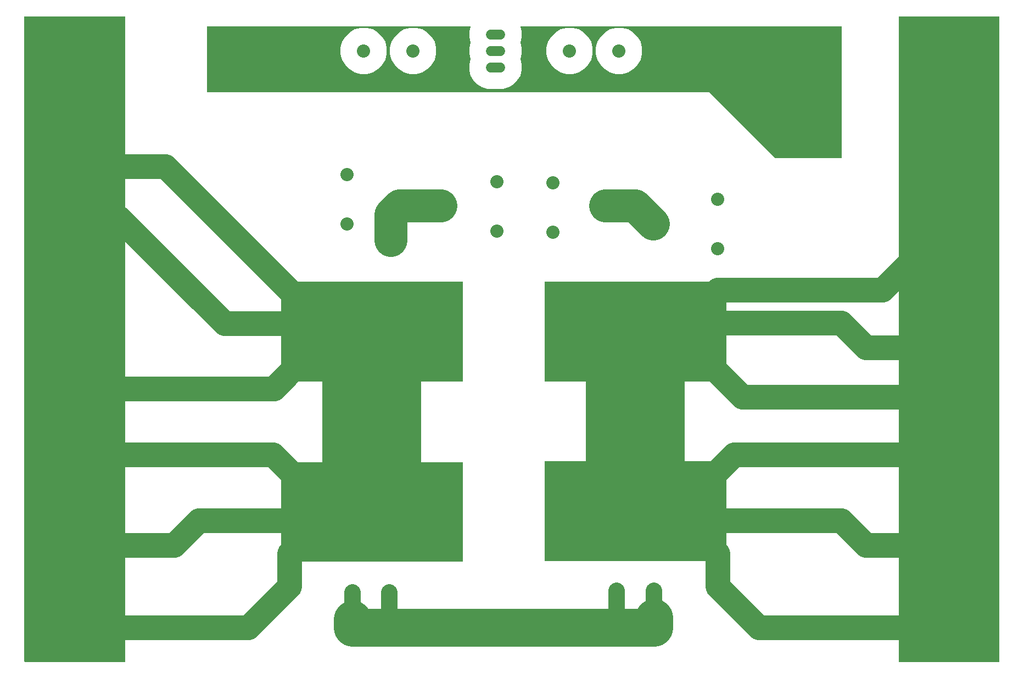
<source format=gbr>
G04 EAGLE Gerber RS-274X export*
G75*
%MOMM*%
%FSLAX34Y34*%
%LPD*%
%INBottom Copper*%
%IPPOS*%
%AMOC8*
5,1,8,0,0,1.08239X$1,22.5*%
G01*
%ADD10C,2.032000*%
%ADD11C,3.810000*%
%ADD12C,1.508000*%
%ADD13C,2.540000*%
%ADD14C,5.842000*%
%ADD15C,3.048000*%
%ADD16C,1.524000*%
%ADD17C,15.240000*%
%ADD18C,3.810000*%
%ADD19C,5.080000*%

G36*
X1398798Y10164D02*
X1398798Y10164D01*
X1398817Y10162D01*
X1398919Y10184D01*
X1399021Y10200D01*
X1399038Y10210D01*
X1399058Y10214D01*
X1399147Y10267D01*
X1399238Y10316D01*
X1399252Y10330D01*
X1399269Y10340D01*
X1399336Y10419D01*
X1399408Y10494D01*
X1399416Y10512D01*
X1399429Y10527D01*
X1399468Y10623D01*
X1399511Y10717D01*
X1399513Y10737D01*
X1399521Y10755D01*
X1399539Y10922D01*
X1399539Y1005078D01*
X1399536Y1005098D01*
X1399538Y1005117D01*
X1399516Y1005219D01*
X1399500Y1005321D01*
X1399490Y1005338D01*
X1399486Y1005358D01*
X1399433Y1005447D01*
X1399384Y1005538D01*
X1399370Y1005552D01*
X1399360Y1005569D01*
X1399281Y1005636D01*
X1399206Y1005708D01*
X1399188Y1005716D01*
X1399173Y1005729D01*
X1399077Y1005768D01*
X1398983Y1005811D01*
X1398963Y1005813D01*
X1398945Y1005821D01*
X1398778Y1005839D01*
X1244600Y1005839D01*
X1244580Y1005836D01*
X1244561Y1005838D01*
X1244459Y1005816D01*
X1244357Y1005800D01*
X1244340Y1005790D01*
X1244320Y1005786D01*
X1244231Y1005733D01*
X1244140Y1005684D01*
X1244126Y1005670D01*
X1244109Y1005660D01*
X1244042Y1005581D01*
X1243971Y1005506D01*
X1243962Y1005488D01*
X1243949Y1005473D01*
X1243910Y1005377D01*
X1243867Y1005283D01*
X1243865Y1005263D01*
X1243857Y1005245D01*
X1243839Y1005078D01*
X1243839Y10922D01*
X1243842Y10902D01*
X1243840Y10883D01*
X1243862Y10781D01*
X1243879Y10679D01*
X1243888Y10662D01*
X1243892Y10642D01*
X1243945Y10553D01*
X1243994Y10462D01*
X1244008Y10448D01*
X1244018Y10431D01*
X1244097Y10364D01*
X1244172Y10292D01*
X1244190Y10284D01*
X1244205Y10271D01*
X1244301Y10232D01*
X1244395Y10189D01*
X1244415Y10187D01*
X1244433Y10179D01*
X1244600Y10161D01*
X1398778Y10161D01*
X1398798Y10164D01*
G37*
G36*
X50820Y10164D02*
X50820Y10164D01*
X50839Y10162D01*
X50941Y10184D01*
X51043Y10200D01*
X51060Y10210D01*
X51080Y10214D01*
X51169Y10267D01*
X51260Y10316D01*
X51274Y10330D01*
X51291Y10340D01*
X51358Y10419D01*
X51430Y10494D01*
X51438Y10512D01*
X51451Y10527D01*
X51490Y10623D01*
X51533Y10717D01*
X51535Y10737D01*
X51543Y10755D01*
X51561Y10922D01*
X51561Y1005078D01*
X51558Y1005098D01*
X51560Y1005117D01*
X51538Y1005219D01*
X51521Y1005321D01*
X51512Y1005338D01*
X51508Y1005358D01*
X51455Y1005447D01*
X51406Y1005538D01*
X51392Y1005552D01*
X51382Y1005569D01*
X51303Y1005636D01*
X51228Y1005708D01*
X51210Y1005716D01*
X51195Y1005729D01*
X51099Y1005768D01*
X51005Y1005811D01*
X50985Y1005813D01*
X50967Y1005821D01*
X50800Y1005839D01*
X-103378Y1005839D01*
X-103398Y1005836D01*
X-103417Y1005838D01*
X-103519Y1005816D01*
X-103621Y1005800D01*
X-103638Y1005790D01*
X-103658Y1005786D01*
X-103747Y1005733D01*
X-103838Y1005684D01*
X-103852Y1005670D01*
X-103869Y1005660D01*
X-103936Y1005581D01*
X-104008Y1005506D01*
X-104016Y1005488D01*
X-104029Y1005473D01*
X-104068Y1005377D01*
X-104111Y1005283D01*
X-104113Y1005263D01*
X-104121Y1005245D01*
X-104139Y1005078D01*
X-104139Y10922D01*
X-104136Y10902D01*
X-104138Y10883D01*
X-104116Y10781D01*
X-104100Y10679D01*
X-104090Y10662D01*
X-104086Y10642D01*
X-104033Y10553D01*
X-103984Y10462D01*
X-103970Y10448D01*
X-103960Y10431D01*
X-103881Y10364D01*
X-103806Y10292D01*
X-103788Y10284D01*
X-103773Y10271D01*
X-103677Y10232D01*
X-103583Y10189D01*
X-103563Y10187D01*
X-103545Y10179D01*
X-103378Y10161D01*
X50800Y10161D01*
X50820Y10164D01*
G37*
G36*
X1155720Y786642D02*
X1155720Y786642D01*
X1155739Y786640D01*
X1155841Y786662D01*
X1155943Y786679D01*
X1155960Y786688D01*
X1155980Y786692D01*
X1156069Y786745D01*
X1156160Y786794D01*
X1156174Y786808D01*
X1156191Y786818D01*
X1156258Y786897D01*
X1156330Y786972D01*
X1156338Y786990D01*
X1156351Y787005D01*
X1156390Y787101D01*
X1156433Y787195D01*
X1156435Y787215D01*
X1156443Y787233D01*
X1156461Y787400D01*
X1156461Y989838D01*
X1156458Y989858D01*
X1156460Y989877D01*
X1156438Y989979D01*
X1156422Y990081D01*
X1156412Y990098D01*
X1156408Y990118D01*
X1156355Y990207D01*
X1156306Y990298D01*
X1156292Y990312D01*
X1156282Y990329D01*
X1156203Y990396D01*
X1156128Y990468D01*
X1156110Y990476D01*
X1156095Y990489D01*
X1155999Y990528D01*
X1155905Y990571D01*
X1155885Y990573D01*
X1155867Y990581D01*
X1155700Y990599D01*
X661532Y990599D01*
X661415Y990580D01*
X661297Y990562D01*
X661293Y990560D01*
X661289Y990560D01*
X661184Y990504D01*
X661079Y990449D01*
X661076Y990446D01*
X661072Y990444D01*
X660990Y990358D01*
X660907Y990273D01*
X660905Y990269D01*
X660903Y990266D01*
X660852Y990158D01*
X660801Y990051D01*
X660801Y990047D01*
X660799Y990043D01*
X660786Y989926D01*
X660771Y989807D01*
X660772Y989802D01*
X660772Y989799D01*
X660775Y989785D01*
X660797Y989641D01*
X662781Y982237D01*
X662781Y973563D01*
X660593Y965397D01*
X660581Y965283D01*
X660567Y965169D01*
X660569Y965159D01*
X660568Y965152D01*
X660573Y965131D01*
X660593Y965003D01*
X662781Y956837D01*
X662781Y948163D01*
X660593Y939997D01*
X660581Y939883D01*
X660567Y939769D01*
X660569Y939759D01*
X660568Y939752D01*
X660573Y939731D01*
X660593Y939603D01*
X662781Y931437D01*
X662781Y922763D01*
X660536Y914385D01*
X656199Y906874D01*
X650066Y900741D01*
X642555Y896404D01*
X634177Y894159D01*
X610423Y894159D01*
X602045Y896404D01*
X594534Y900741D01*
X588401Y906874D01*
X584064Y914385D01*
X581819Y922763D01*
X581819Y931437D01*
X584007Y939603D01*
X584019Y939717D01*
X584033Y939831D01*
X584031Y939841D01*
X584032Y939848D01*
X584027Y939869D01*
X584007Y939997D01*
X581819Y948163D01*
X581819Y956837D01*
X584007Y965003D01*
X584019Y965117D01*
X584033Y965231D01*
X584031Y965241D01*
X584032Y965248D01*
X584027Y965269D01*
X584007Y965397D01*
X581819Y973563D01*
X581819Y982237D01*
X583803Y989641D01*
X583815Y989760D01*
X583828Y989877D01*
X583827Y989882D01*
X583828Y989886D01*
X583801Y990001D01*
X583776Y990118D01*
X583774Y990121D01*
X583773Y990126D01*
X583711Y990227D01*
X583650Y990329D01*
X583647Y990332D01*
X583644Y990335D01*
X583553Y990412D01*
X583463Y990489D01*
X583459Y990490D01*
X583456Y990493D01*
X583345Y990536D01*
X583235Y990581D01*
X583230Y990581D01*
X583227Y990583D01*
X583213Y990583D01*
X583068Y990599D01*
X177800Y990599D01*
X177780Y990596D01*
X177761Y990598D01*
X177659Y990576D01*
X177557Y990560D01*
X177540Y990550D01*
X177520Y990546D01*
X177431Y990493D01*
X177340Y990444D01*
X177326Y990430D01*
X177309Y990420D01*
X177242Y990341D01*
X177171Y990266D01*
X177162Y990248D01*
X177149Y990233D01*
X177110Y990137D01*
X177067Y990043D01*
X177065Y990023D01*
X177057Y990005D01*
X177039Y989838D01*
X177039Y889000D01*
X177042Y888980D01*
X177040Y888961D01*
X177062Y888859D01*
X177079Y888757D01*
X177088Y888740D01*
X177092Y888720D01*
X177145Y888631D01*
X177194Y888540D01*
X177208Y888526D01*
X177218Y888509D01*
X177297Y888442D01*
X177372Y888371D01*
X177390Y888362D01*
X177405Y888349D01*
X177501Y888310D01*
X177595Y888267D01*
X177615Y888265D01*
X177633Y888257D01*
X177800Y888239D01*
X952185Y888239D01*
X1053562Y786862D01*
X1053636Y786809D01*
X1053705Y786749D01*
X1053735Y786737D01*
X1053761Y786718D01*
X1053848Y786691D01*
X1053933Y786657D01*
X1053974Y786653D01*
X1053997Y786646D01*
X1054029Y786647D01*
X1054100Y786639D01*
X1155700Y786639D01*
X1155720Y786642D01*
G37*
G36*
X571520Y442472D02*
X571520Y442472D01*
X571539Y442470D01*
X571641Y442492D01*
X571743Y442509D01*
X571760Y442518D01*
X571780Y442522D01*
X571869Y442575D01*
X571960Y442624D01*
X571974Y442638D01*
X571991Y442648D01*
X572058Y442727D01*
X572130Y442802D01*
X572138Y442820D01*
X572151Y442835D01*
X572190Y442931D01*
X572233Y443025D01*
X572235Y443045D01*
X572243Y443063D01*
X572261Y443230D01*
X572261Y595630D01*
X572258Y595650D01*
X572260Y595669D01*
X572238Y595771D01*
X572222Y595873D01*
X572212Y595890D01*
X572208Y595910D01*
X572155Y595999D01*
X572106Y596090D01*
X572092Y596104D01*
X572082Y596121D01*
X572003Y596188D01*
X571928Y596260D01*
X571910Y596268D01*
X571895Y596281D01*
X571799Y596320D01*
X571705Y596363D01*
X571685Y596365D01*
X571667Y596373D01*
X571500Y596391D01*
X292100Y596391D01*
X292080Y596388D01*
X292061Y596390D01*
X291959Y596368D01*
X291857Y596352D01*
X291840Y596342D01*
X291820Y596338D01*
X291731Y596285D01*
X291640Y596236D01*
X291626Y596222D01*
X291609Y596212D01*
X291542Y596133D01*
X291471Y596058D01*
X291462Y596040D01*
X291449Y596025D01*
X291410Y595929D01*
X291367Y595835D01*
X291365Y595815D01*
X291357Y595797D01*
X291339Y595630D01*
X291339Y443230D01*
X291342Y443210D01*
X291340Y443191D01*
X291362Y443089D01*
X291379Y442987D01*
X291388Y442970D01*
X291392Y442950D01*
X291445Y442861D01*
X291494Y442770D01*
X291508Y442756D01*
X291518Y442739D01*
X291597Y442672D01*
X291672Y442601D01*
X291690Y442592D01*
X291705Y442579D01*
X291801Y442540D01*
X291895Y442497D01*
X291915Y442495D01*
X291933Y442487D01*
X292100Y442469D01*
X571500Y442469D01*
X571520Y442472D01*
G37*
G36*
X977920Y442472D02*
X977920Y442472D01*
X977939Y442470D01*
X978041Y442492D01*
X978143Y442509D01*
X978160Y442518D01*
X978180Y442522D01*
X978269Y442575D01*
X978360Y442624D01*
X978374Y442638D01*
X978391Y442648D01*
X978458Y442727D01*
X978530Y442802D01*
X978538Y442820D01*
X978551Y442835D01*
X978590Y442931D01*
X978633Y443025D01*
X978635Y443045D01*
X978643Y443063D01*
X978661Y443230D01*
X978661Y595630D01*
X978658Y595650D01*
X978660Y595669D01*
X978638Y595771D01*
X978622Y595873D01*
X978612Y595890D01*
X978608Y595910D01*
X978555Y595999D01*
X978506Y596090D01*
X978492Y596104D01*
X978482Y596121D01*
X978403Y596188D01*
X978328Y596260D01*
X978310Y596268D01*
X978295Y596281D01*
X978199Y596320D01*
X978105Y596363D01*
X978085Y596365D01*
X978067Y596373D01*
X977900Y596391D01*
X698500Y596391D01*
X698480Y596388D01*
X698461Y596390D01*
X698359Y596368D01*
X698257Y596352D01*
X698240Y596342D01*
X698220Y596338D01*
X698131Y596285D01*
X698040Y596236D01*
X698026Y596222D01*
X698009Y596212D01*
X697942Y596133D01*
X697871Y596058D01*
X697862Y596040D01*
X697849Y596025D01*
X697810Y595929D01*
X697767Y595835D01*
X697765Y595815D01*
X697757Y595797D01*
X697739Y595630D01*
X697739Y443230D01*
X697742Y443210D01*
X697740Y443191D01*
X697762Y443089D01*
X697779Y442987D01*
X697788Y442970D01*
X697792Y442950D01*
X697845Y442861D01*
X697894Y442770D01*
X697908Y442756D01*
X697918Y442739D01*
X697997Y442672D01*
X698072Y442601D01*
X698090Y442592D01*
X698105Y442579D01*
X698201Y442540D01*
X698295Y442497D01*
X698315Y442495D01*
X698333Y442487D01*
X698500Y442469D01*
X977900Y442469D01*
X977920Y442472D01*
G37*
G36*
X977920Y165612D02*
X977920Y165612D01*
X977939Y165610D01*
X978041Y165632D01*
X978143Y165649D01*
X978160Y165658D01*
X978180Y165662D01*
X978269Y165715D01*
X978360Y165764D01*
X978374Y165778D01*
X978391Y165788D01*
X978458Y165867D01*
X978530Y165942D01*
X978538Y165960D01*
X978551Y165975D01*
X978590Y166071D01*
X978633Y166165D01*
X978635Y166185D01*
X978643Y166203D01*
X978661Y166370D01*
X978661Y318770D01*
X978658Y318790D01*
X978660Y318809D01*
X978638Y318911D01*
X978622Y319013D01*
X978612Y319030D01*
X978608Y319050D01*
X978555Y319139D01*
X978506Y319230D01*
X978492Y319244D01*
X978482Y319261D01*
X978403Y319328D01*
X978328Y319400D01*
X978310Y319408D01*
X978295Y319421D01*
X978199Y319460D01*
X978105Y319503D01*
X978085Y319505D01*
X978067Y319513D01*
X977900Y319531D01*
X698500Y319531D01*
X698480Y319528D01*
X698461Y319530D01*
X698359Y319508D01*
X698257Y319492D01*
X698240Y319482D01*
X698220Y319478D01*
X698131Y319425D01*
X698040Y319376D01*
X698026Y319362D01*
X698009Y319352D01*
X697942Y319273D01*
X697871Y319198D01*
X697862Y319180D01*
X697849Y319165D01*
X697810Y319069D01*
X697767Y318975D01*
X697765Y318955D01*
X697757Y318937D01*
X697739Y318770D01*
X697739Y166370D01*
X697742Y166350D01*
X697740Y166331D01*
X697762Y166229D01*
X697779Y166127D01*
X697788Y166110D01*
X697792Y166090D01*
X697845Y166001D01*
X697894Y165910D01*
X697908Y165896D01*
X697918Y165879D01*
X697997Y165812D01*
X698072Y165741D01*
X698090Y165732D01*
X698105Y165719D01*
X698201Y165680D01*
X698295Y165637D01*
X698315Y165635D01*
X698333Y165627D01*
X698500Y165609D01*
X977900Y165609D01*
X977920Y165612D01*
G37*
G36*
X571520Y164342D02*
X571520Y164342D01*
X571539Y164340D01*
X571641Y164362D01*
X571743Y164379D01*
X571760Y164388D01*
X571780Y164392D01*
X571869Y164445D01*
X571960Y164494D01*
X571974Y164508D01*
X571991Y164518D01*
X572058Y164597D01*
X572130Y164672D01*
X572138Y164690D01*
X572151Y164705D01*
X572190Y164801D01*
X572233Y164895D01*
X572235Y164915D01*
X572243Y164933D01*
X572261Y165100D01*
X572261Y317500D01*
X572258Y317520D01*
X572260Y317539D01*
X572238Y317641D01*
X572222Y317743D01*
X572212Y317760D01*
X572208Y317780D01*
X572155Y317869D01*
X572106Y317960D01*
X572092Y317974D01*
X572082Y317991D01*
X572003Y318058D01*
X571928Y318130D01*
X571910Y318138D01*
X571895Y318151D01*
X571799Y318190D01*
X571705Y318233D01*
X571685Y318235D01*
X571667Y318243D01*
X571500Y318261D01*
X292100Y318261D01*
X292080Y318258D01*
X292061Y318260D01*
X291959Y318238D01*
X291857Y318222D01*
X291840Y318212D01*
X291820Y318208D01*
X291731Y318155D01*
X291640Y318106D01*
X291626Y318092D01*
X291609Y318082D01*
X291542Y318003D01*
X291471Y317928D01*
X291462Y317910D01*
X291449Y317895D01*
X291410Y317799D01*
X291367Y317705D01*
X291365Y317685D01*
X291357Y317667D01*
X291339Y317500D01*
X291339Y165100D01*
X291342Y165080D01*
X291340Y165061D01*
X291362Y164959D01*
X291379Y164857D01*
X291388Y164840D01*
X291392Y164820D01*
X291445Y164731D01*
X291494Y164640D01*
X291508Y164626D01*
X291518Y164609D01*
X291597Y164542D01*
X291672Y164471D01*
X291690Y164462D01*
X291705Y164449D01*
X291801Y164410D01*
X291895Y164367D01*
X291915Y164365D01*
X291933Y164357D01*
X292100Y164339D01*
X571500Y164339D01*
X571520Y164342D01*
G37*
%LPC*%
G36*
X808118Y916939D02*
X808118Y916939D01*
X799074Y919363D01*
X790965Y924044D01*
X784344Y930665D01*
X779663Y938774D01*
X777239Y947818D01*
X777239Y957182D01*
X779663Y966226D01*
X784344Y974335D01*
X790965Y980956D01*
X799074Y985637D01*
X808118Y988061D01*
X817482Y988061D01*
X826526Y985637D01*
X834635Y980956D01*
X841256Y974335D01*
X845937Y966226D01*
X848361Y957182D01*
X848361Y947818D01*
X845937Y938774D01*
X841256Y930665D01*
X834635Y924044D01*
X826526Y919363D01*
X817482Y916939D01*
X808118Y916939D01*
G37*
%LPD*%
%LPC*%
G36*
X731918Y916939D02*
X731918Y916939D01*
X722874Y919363D01*
X714765Y924044D01*
X708144Y930665D01*
X703463Y938774D01*
X701039Y947818D01*
X701039Y957182D01*
X703463Y966226D01*
X708144Y974335D01*
X714765Y980956D01*
X722874Y985637D01*
X731918Y988061D01*
X741282Y988061D01*
X750326Y985637D01*
X758435Y980956D01*
X765056Y974335D01*
X769737Y966226D01*
X772161Y957182D01*
X772161Y947818D01*
X769737Y938774D01*
X765056Y930665D01*
X758435Y924044D01*
X750326Y919363D01*
X741282Y916939D01*
X731918Y916939D01*
G37*
%LPD*%
%LPC*%
G36*
X490618Y916939D02*
X490618Y916939D01*
X481574Y919363D01*
X473465Y924044D01*
X466844Y930665D01*
X462163Y938774D01*
X459739Y947818D01*
X459739Y957182D01*
X462163Y966226D01*
X466844Y974335D01*
X473465Y980956D01*
X481574Y985637D01*
X490618Y988061D01*
X499982Y988061D01*
X509026Y985637D01*
X517135Y980956D01*
X523756Y974335D01*
X528437Y966226D01*
X530861Y957182D01*
X530861Y947818D01*
X528437Y938774D01*
X523756Y930665D01*
X517135Y924044D01*
X509026Y919363D01*
X499982Y916939D01*
X490618Y916939D01*
G37*
%LPD*%
%LPC*%
G36*
X414418Y916939D02*
X414418Y916939D01*
X405374Y919363D01*
X397265Y924044D01*
X390644Y930665D01*
X385963Y938774D01*
X383539Y947818D01*
X383539Y957182D01*
X385963Y966226D01*
X390644Y974335D01*
X397265Y980956D01*
X405374Y985637D01*
X414418Y988061D01*
X423782Y988061D01*
X432826Y985637D01*
X440935Y980956D01*
X447556Y974335D01*
X452237Y966226D01*
X454661Y957182D01*
X454661Y947818D01*
X452237Y938774D01*
X447556Y930665D01*
X440935Y924044D01*
X432826Y919363D01*
X423782Y916939D01*
X414418Y916939D01*
G37*
%LPD*%
D10*
X965200Y647700D03*
X965200Y723900D03*
X624840Y674370D03*
X624840Y750570D03*
X736600Y952500D03*
X812800Y952500D03*
X495300Y952500D03*
X419100Y952500D03*
X393700Y685800D03*
X393700Y762000D03*
X711200Y673100D03*
X711200Y749300D03*
D11*
X431800Y381000D03*
X838200Y381000D03*
X463550Y702310D03*
X635000Y63500D03*
X792480Y713740D03*
X538480Y713740D03*
D12*
X614760Y927100D02*
X629840Y927100D01*
X629840Y952500D02*
X614760Y952500D01*
X614760Y977900D02*
X629840Y977900D01*
D13*
X401574Y116967D02*
X401574Y76200D01*
X458724Y76200D02*
X458724Y116967D01*
X809244Y119507D02*
X809244Y78740D01*
X866394Y78740D02*
X866394Y119507D01*
D14*
X401574Y76200D02*
X401574Y63500D01*
X406400Y63500D01*
X457200Y63500D01*
X635000Y63500D01*
X866394Y63500D02*
X866394Y78740D01*
X866394Y63500D02*
X863600Y63500D01*
D15*
X406400Y63500D03*
X457200Y63500D03*
D14*
X812800Y63500D02*
X863600Y63500D01*
D15*
X863600Y63500D03*
D14*
X812800Y63500D02*
X635000Y63500D01*
D15*
X812800Y63500D03*
D16*
X762000Y584200D03*
X762000Y558800D03*
X736600Y558800D03*
X736600Y584200D03*
X711200Y584200D03*
X711200Y558800D03*
X711200Y533400D03*
X736600Y533400D03*
X762000Y533400D03*
X762000Y508000D03*
X736600Y508000D03*
X711200Y508000D03*
X711200Y482600D03*
X736600Y482600D03*
X762000Y482600D03*
X762000Y457200D03*
X736600Y457200D03*
X711200Y457200D03*
X787400Y482600D03*
X787400Y457200D03*
X812800Y457200D03*
X812800Y482600D03*
X838200Y482600D03*
X838200Y457200D03*
X863600Y457200D03*
X863600Y482600D03*
X889000Y482600D03*
X889000Y457200D03*
X914400Y457200D03*
X914400Y482600D03*
X939800Y482600D03*
X939800Y457200D03*
X965200Y457200D03*
X965200Y508000D03*
X965200Y482600D03*
X939800Y508000D03*
X914400Y508000D03*
X914400Y533400D03*
X939800Y533400D03*
X965200Y533400D03*
X965200Y558800D03*
X939800Y558800D03*
X914400Y558800D03*
X914400Y584200D03*
X939800Y584200D03*
X965200Y584200D03*
X914400Y177800D03*
X914400Y203200D03*
X939800Y203200D03*
X939800Y177800D03*
X965200Y177800D03*
X965200Y203200D03*
X965200Y228600D03*
X939800Y228600D03*
X914400Y228600D03*
X914400Y254000D03*
X939800Y254000D03*
X965200Y254000D03*
X965200Y279400D03*
X939800Y279400D03*
X914400Y279400D03*
X914400Y304800D03*
X939800Y304800D03*
X965200Y304800D03*
X889000Y279400D03*
X889000Y304800D03*
X863600Y304800D03*
X863600Y279400D03*
X838200Y279400D03*
X838200Y304800D03*
X812800Y304800D03*
X812800Y279400D03*
X787400Y279400D03*
X787400Y304800D03*
X762000Y304800D03*
X762000Y279400D03*
X736600Y279400D03*
X736600Y304800D03*
X711200Y304800D03*
X711200Y254000D03*
X711200Y279400D03*
X736600Y254000D03*
X762000Y254000D03*
X762000Y228600D03*
X736600Y228600D03*
X711200Y228600D03*
X711200Y203200D03*
X736600Y203200D03*
X762000Y203200D03*
X762000Y177800D03*
X736600Y177800D03*
X711200Y177800D03*
D17*
X838200Y279400D02*
X838200Y482600D01*
D18*
X965200Y127000D02*
X1028700Y63500D01*
X965200Y127000D02*
X965200Y177800D01*
X1028700Y63500D02*
X1295400Y63500D01*
X1295400Y190500D02*
X1193800Y190500D01*
X1155700Y228600D01*
X965200Y228600D01*
X990600Y330200D02*
X1295400Y330200D01*
X990600Y330200D02*
X965200Y304800D01*
X1003300Y419100D02*
X1295400Y419100D01*
X1003300Y419100D02*
X965200Y457200D01*
X1193800Y495300D02*
X1295400Y495300D01*
X1193800Y495300D02*
X1155700Y533400D01*
X965200Y533400D01*
X965200Y584200D02*
X1219200Y584200D01*
X1295400Y660400D01*
D16*
X355600Y177800D03*
X330200Y177800D03*
X304800Y177800D03*
X304800Y203200D03*
X330200Y203200D03*
X355600Y203200D03*
X355600Y228600D03*
X330200Y228600D03*
X304800Y228600D03*
X304800Y254000D03*
X330200Y254000D03*
X355600Y254000D03*
X355600Y279400D03*
X330200Y279400D03*
X304800Y279400D03*
X304800Y304800D03*
X330200Y304800D03*
X355600Y304800D03*
X381000Y304800D03*
X381000Y279400D03*
X406400Y279400D03*
X406400Y304800D03*
X431800Y279400D03*
X457200Y279400D03*
X457200Y304800D03*
X482600Y304800D03*
X482600Y279400D03*
X508000Y279400D03*
X508000Y304800D03*
X533400Y304800D03*
X533400Y279400D03*
X508000Y254000D03*
X533400Y254000D03*
X533400Y228600D03*
X508000Y228600D03*
X508000Y203200D03*
X533400Y203200D03*
X533400Y177800D03*
X508000Y177800D03*
X558800Y177800D03*
X558800Y203200D03*
X558800Y228600D03*
X558800Y254000D03*
X558800Y279400D03*
X558800Y304800D03*
X508000Y582930D03*
X533400Y582930D03*
X558800Y582930D03*
X558800Y557530D03*
X533400Y557530D03*
X508000Y557530D03*
X508000Y532130D03*
X533400Y532130D03*
X558800Y532130D03*
X558800Y506730D03*
X533400Y506730D03*
X508000Y506730D03*
X508000Y481330D03*
X533400Y481330D03*
X558800Y481330D03*
X558800Y455930D03*
X533400Y455930D03*
X508000Y455930D03*
X482600Y455930D03*
X482600Y481330D03*
X457200Y481330D03*
X457200Y455930D03*
X431800Y455930D03*
X431800Y481330D03*
X406400Y481330D03*
X406400Y455930D03*
X381000Y455930D03*
X381000Y481330D03*
X355600Y481330D03*
X355600Y455930D03*
X330200Y455930D03*
X330200Y481330D03*
X355600Y506730D03*
X330200Y506730D03*
X330200Y532130D03*
X355600Y532130D03*
X355600Y557530D03*
X330200Y557530D03*
X330200Y582930D03*
X355600Y582930D03*
X304800Y582930D03*
X304800Y557530D03*
X304800Y532130D03*
X304800Y506730D03*
X304800Y481330D03*
X304800Y455930D03*
D17*
X431800Y519684D02*
X431800Y304800D01*
D16*
X431800Y304800D03*
D18*
X304800Y582930D02*
X113030Y774700D01*
X12700Y774700D01*
X204470Y532130D02*
X304800Y532130D01*
X204470Y532130D02*
X0Y736600D01*
X304800Y455930D02*
X280670Y431800D01*
X12700Y431800D01*
X279400Y330200D02*
X304800Y304800D01*
X279400Y330200D02*
X12700Y330200D01*
X165100Y228600D02*
X304800Y228600D01*
X165100Y228600D02*
X127000Y190500D01*
X12700Y190500D01*
X304800Y177800D02*
X304800Y127000D01*
X241300Y63500D01*
X12700Y63500D01*
D19*
X463550Y702310D02*
X474980Y713740D01*
X538480Y713740D01*
X463550Y702310D02*
X461010Y699770D01*
X461010Y660400D01*
X792480Y713740D02*
X838200Y713740D01*
X866140Y685800D01*
M02*

</source>
